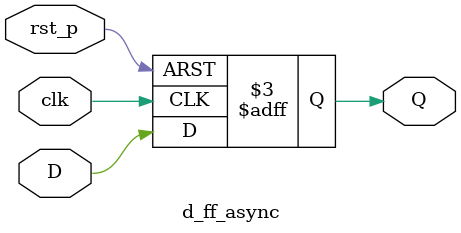
<source format=v>
`timescale 1ns / 1ps


module d_ff_async(
	input D,
	input clk,
	input rst_p,
	output reg Q
	);

	always @ (posedge clk or negedge rst_p) begin
		if (!rst_p) Q <= 1'b0;
		else Q <= D;
	end

endmodule

</source>
